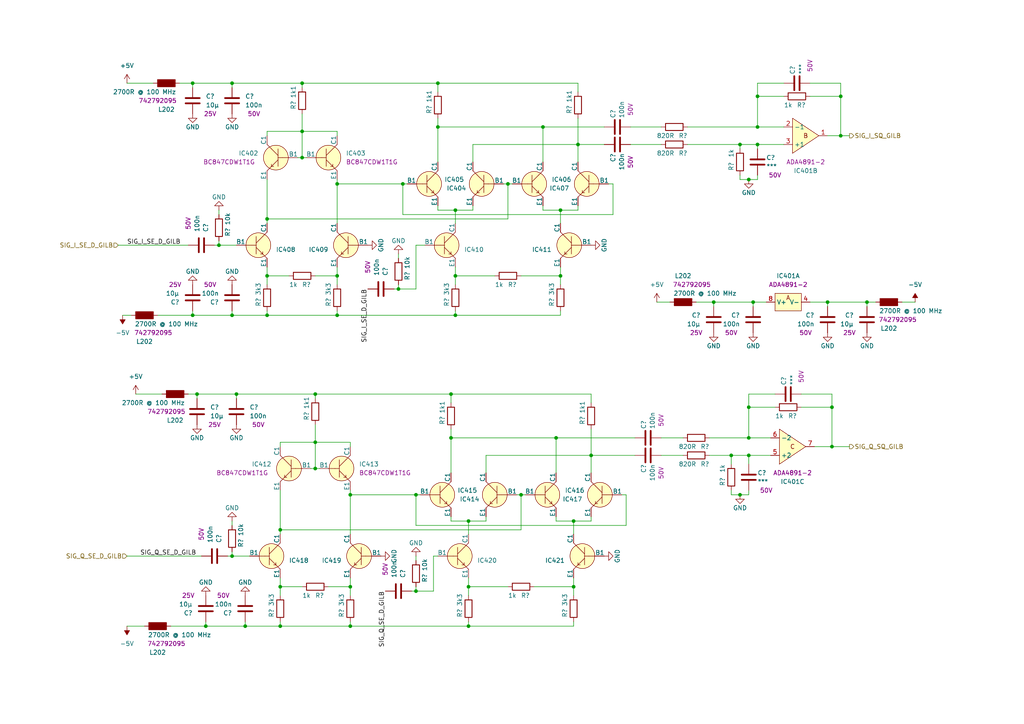
<source format=kicad_sch>
(kicad_sch (version 20230121) (generator eeschema)
  (paper "A4")
  (junction (at 130.81 127))
  (junction (at 71.12 181.61))
  (junction (at 91.44 135.89))
  (junction (at 219.71 41.91))
  (junction (at 167.64 41.91))
  (junction (at 87.63 24.13))
  (junction (at 217.17 118.11))
  (junction (at 59.69 181.61))
  (junction (at 67.31 91.44))
  (junction (at 116.84 53.34))
  (junction (at 251.46 87.63))
  (junction (at 132.08 80.01))
  (junction (at 135.89 151.13))
  (junction (at 67.31 161.29))
  (junction (at 219.71 36.83))
  (junction (at 115.57 83.82))
  (junction (at 63.5 71.12))
  (junction (at 132.08 60.96))
  (junction (at 81.28 153.67))
  (junction (at 207.01 87.63))
  (junction (at 132.08 91.44))
  (junction (at 214.63 41.91))
  (junction (at 162.56 60.96))
  (junction (at 217.17 127))
  (junction (at 219.71 27.94))
  (junction (at 240.03 87.63))
  (junction (at 77.47 91.44))
  (junction (at 55.88 91.44))
  (junction (at 243.84 39.37))
  (junction (at 214.63 143.51))
  (junction (at 120.65 143.51))
  (junction (at 151.13 143.51))
  (junction (at 97.79 80.01))
  (junction (at 91.44 128.27))
  (junction (at 77.47 80.01))
  (junction (at 157.48 36.83))
  (junction (at 55.88 24.13))
  (junction (at 97.79 91.44))
  (junction (at 171.45 132.08))
  (junction (at 127 24.13))
  (junction (at 212.09 132.08))
  (junction (at 77.47 63.5))
  (junction (at 135.89 170.18))
  (junction (at 166.37 151.13))
  (junction (at 120.65 171.45))
  (junction (at 218.44 87.63))
  (junction (at 81.28 170.18))
  (junction (at 243.84 27.94))
  (junction (at 217.17 52.07))
  (junction (at 97.79 53.34))
  (junction (at 162.56 80.01))
  (junction (at 101.6 143.51))
  (junction (at 161.29 127))
  (junction (at 57.15 114.3))
  (junction (at 241.3 118.11))
  (junction (at 81.28 181.61))
  (junction (at 166.37 170.18))
  (junction (at 68.58 114.3))
  (junction (at 135.89 181.61))
  (junction (at 101.6 181.61))
  (junction (at 101.6 170.18))
  (junction (at 130.81 114.3))
  (junction (at 217.17 132.08))
  (junction (at 87.63 38.1))
  (junction (at 241.3 129.54))
  (junction (at 87.63 45.72))
  (junction (at 91.44 114.3))
  (junction (at 127 36.83))
  (junction (at 67.31 24.13))
  (junction (at 147.32 53.34))
  (wire (pts (xy 52.07 24.13) (xy 55.88 24.13)))
  (wire (pts (xy 120.65 143.51) (xy 120.65 152.4)))
  (wire (pts (xy 157.48 59.69) (xy 157.48 60.96)))
  (wire (pts (xy 116.84 62.23) (xy 177.8 62.23)))
  (wire (pts (xy 243.84 39.37) (xy 246.38 39.37)))
  (wire (pts (xy 147.32 53.34) (xy 147.32 63.5)))
  (wire (pts (xy 232.41 118.11) (xy 241.3 118.11)))
  (wire (pts (xy 140.97 149.86) (xy 140.97 151.13)))
  (wire (pts (xy 167.64 34.29) (xy 167.64 41.91)))
  (wire (pts (xy 162.56 91.44) (xy 162.56 90.17)))
  (wire (pts (xy 132.08 91.44) (xy 132.08 90.17)))
  (wire (pts (xy 212.09 142.24) (xy 212.09 143.51)))
  (wire (pts (xy 81.28 167.64) (xy 81.28 170.18)))
  (wire (pts (xy 59.69 181.61) (xy 59.69 180.34)))
  (wire (pts (xy 97.79 77.47) (xy 97.79 80.01)))
  (wire (pts (xy 55.88 24.13) (xy 67.31 24.13)))
  (wire (pts (xy 91.44 123.19) (xy 91.44 128.27)))
  (wire (pts (xy 234.95 24.13) (xy 243.84 24.13)))
  (wire (pts (xy 67.31 161.29) (xy 72.39 161.29)))
  (wire (pts (xy 135.89 151.13) (xy 135.89 154.94)))
  (wire (pts (xy 132.08 77.47) (xy 132.08 80.01)))
  (wire (pts (xy 265.43 87.63) (xy 261.62 87.63)))
  (wire (pts (xy 135.89 170.18) (xy 135.89 172.72)))
  (wire (pts (xy 95.25 170.18) (xy 101.6 170.18)))
  (wire (pts (xy 36.83 24.13) (xy 44.45 24.13)))
  (wire (pts (xy 167.64 41.91) (xy 167.64 46.99)))
  (wire (pts (xy 171.45 149.86) (xy 171.45 151.13)))
  (wire (pts (xy 67.31 24.13) (xy 87.63 24.13)))
  (wire (pts (xy 137.16 41.91) (xy 167.64 41.91)))
  (wire (pts (xy 120.65 152.4) (xy 181.61 152.4)))
  (wire (pts (xy 57.15 114.3) (xy 68.58 114.3)))
  (wire (pts (xy 77.47 80.01) (xy 77.47 82.55)))
  (wire (pts (xy 217.17 52.07) (xy 219.71 52.07)))
  (wire (pts (xy 120.65 161.29) (xy 120.65 162.56)))
  (wire (pts (xy 77.47 91.44) (xy 97.79 91.44)))
  (wire (pts (xy 39.37 114.3) (xy 46.99 114.3)))
  (wire (pts (xy 214.63 52.07) (xy 217.17 52.07)))
  (wire (pts (xy 115.57 82.55) (xy 115.57 83.82)))
  (wire (pts (xy 120.65 171.45) (xy 125.73 171.45)))
  (wire (pts (xy 240.03 87.63) (xy 234.95 87.63)))
  (wire (pts (xy 219.71 24.13) (xy 219.71 27.94)))
  (wire (pts (xy 222.25 87.63) (xy 218.44 87.63)))
  (wire (pts (xy 157.48 36.83) (xy 175.26 36.83)))
  (wire (pts (xy 217.17 132.08) (xy 223.52 132.08)))
  (wire (pts (xy 101.6 170.18) (xy 101.6 172.72)))
  (wire (pts (xy 161.29 127) (xy 161.29 137.16)))
  (wire (pts (xy 130.81 114.3) (xy 130.81 116.84)))
  (wire (pts (xy 130.81 127) (xy 161.29 127)))
  (wire (pts (xy 166.37 167.64) (xy 166.37 170.18)))
  (wire (pts (xy 87.63 38.1) (xy 87.63 45.72)))
  (wire (pts (xy 49.53 181.61) (xy 59.69 181.61)))
  (wire (pts (xy 71.12 180.34) (xy 71.12 181.61)))
  (wire (pts (xy 219.71 24.13) (xy 227.33 24.13)))
  (wire (pts (xy 166.37 151.13) (xy 166.37 154.94)))
  (wire (pts (xy 77.47 63.5) (xy 147.32 63.5)))
  (wire (pts (xy 81.28 128.27) (xy 81.28 129.54)))
  (wire (pts (xy 125.73 161.29) (xy 127 161.29)))
  (wire (pts (xy 116.84 53.34) (xy 118.11 53.34)))
  (wire (pts (xy 120.65 71.12) (xy 123.19 71.12)))
  (wire (pts (xy 146.05 53.34) (xy 147.32 53.34)))
  (wire (pts (xy 236.22 129.54) (xy 241.3 129.54)))
  (wire (pts (xy 219.71 41.91) (xy 219.71 43.18)))
  (wire (pts (xy 234.95 27.94) (xy 243.84 27.94)))
  (wire (pts (xy 157.48 36.83) (xy 157.48 46.99)))
  (wire (pts (xy 162.56 60.96) (xy 162.56 64.77)))
  (wire (pts (xy 149.86 143.51) (xy 151.13 143.51)))
  (wire (pts (xy 132.08 60.96) (xy 132.08 64.77)))
  (wire (pts (xy 90.17 135.89) (xy 91.44 135.89)))
  (wire (pts (xy 81.28 153.67) (xy 151.13 153.67)))
  (wire (pts (xy 127 24.13) (xy 127 26.67)))
  (wire (pts (xy 97.79 91.44) (xy 97.79 90.17)))
  (wire (pts (xy 166.37 170.18) (xy 166.37 172.72)))
  (wire (pts (xy 167.64 24.13) (xy 167.64 26.67)))
  (wire (pts (xy 132.08 60.96) (xy 137.16 60.96)))
  (wire (pts (xy 127 60.96) (xy 132.08 60.96)))
  (wire (pts (xy 101.6 181.61) (xy 101.6 180.34)))
  (wire (pts (xy 101.6 128.27) (xy 101.6 129.54)))
  (wire (pts (xy 180.34 143.51) (xy 181.61 143.51)))
  (wire (pts (xy 63.5 69.85) (xy 63.5 71.12)))
  (wire (pts (xy 57.15 114.3) (xy 57.15 115.57)))
  (wire (pts (xy 81.28 142.24) (xy 81.28 153.67)))
  (wire (pts (xy 182.88 36.83) (xy 191.77 36.83)))
  (wire (pts (xy 162.56 77.47) (xy 162.56 80.01)))
  (wire (pts (xy 207.01 87.63) (xy 207.01 88.9)))
  (wire (pts (xy 77.47 80.01) (xy 83.82 80.01)))
  (wire (pts (xy 125.73 161.29) (xy 125.73 171.45)))
  (wire (pts (xy 214.63 143.51) (xy 217.17 143.51)))
  (wire (pts (xy 135.89 167.64) (xy 135.89 170.18)))
  (wire (pts (xy 181.61 143.51) (xy 181.61 152.4)))
  (wire (pts (xy 135.89 181.61) (xy 135.89 180.34)))
  (wire (pts (xy 147.32 53.34) (xy 148.59 53.34)))
  (wire (pts (xy 151.13 80.01) (xy 162.56 80.01)))
  (wire (pts (xy 243.84 27.94) (xy 243.84 39.37)))
  (wire (pts (xy 177.8 53.34) (xy 177.8 62.23)))
  (wire (pts (xy 219.71 27.94) (xy 227.33 27.94)))
  (wire (pts (xy 205.74 132.08) (xy 212.09 132.08)))
  (wire (pts (xy 81.28 128.27) (xy 91.44 128.27)))
  (wire (pts (xy 66.04 161.29) (xy 67.31 161.29)))
  (wire (pts (xy 219.71 27.94) (xy 219.71 36.83)))
  (wire (pts (xy 62.23 71.12) (xy 63.5 71.12)))
  (wire (pts (xy 212.09 132.08) (xy 217.17 132.08)))
  (wire (pts (xy 199.39 36.83) (xy 219.71 36.83)))
  (wire (pts (xy 68.58 114.3) (xy 91.44 114.3)))
  (wire (pts (xy 87.63 45.72) (xy 88.9 45.72)))
  (wire (pts (xy 217.17 118.11) (xy 224.79 118.11)))
  (wire (pts (xy 154.94 170.18) (xy 166.37 170.18)))
  (wire (pts (xy 217.17 114.3) (xy 224.79 114.3)))
  (wire (pts (xy 130.81 124.46) (xy 130.81 127)))
  (wire (pts (xy 97.79 80.01) (xy 97.79 82.55)))
  (wire (pts (xy 214.63 41.91) (xy 219.71 41.91)))
  (wire (pts (xy 251.46 87.63) (xy 251.46 88.9)))
  (wire (pts (xy 214.63 50.8) (xy 214.63 52.07)))
  (wire (pts (xy 241.3 118.11) (xy 241.3 129.54)))
  (wire (pts (xy 137.16 41.91) (xy 137.16 46.99)))
  (wire (pts (xy 130.81 127) (xy 130.81 137.16)))
  (wire (pts (xy 219.71 41.91) (xy 227.33 41.91)))
  (wire (pts (xy 97.79 91.44) (xy 132.08 91.44)))
  (wire (pts (xy 77.47 38.1) (xy 77.47 39.37)))
  (wire (pts (xy 240.03 39.37) (xy 243.84 39.37)))
  (wire (pts (xy 97.79 53.34) (xy 116.84 53.34)))
  (wire (pts (xy 254 87.63) (xy 251.46 87.63)))
  (wire (pts (xy 162.56 60.96) (xy 167.64 60.96)))
  (wire (pts (xy 67.31 91.44) (xy 77.47 91.44)))
  (wire (pts (xy 116.84 53.34) (xy 116.84 62.23)))
  (wire (pts (xy 55.88 91.44) (xy 67.31 91.44)))
  (wire (pts (xy 137.16 59.69) (xy 137.16 60.96)))
  (wire (pts (xy 91.44 128.27) (xy 91.44 135.89)))
  (wire (pts (xy 135.89 151.13) (xy 140.97 151.13)))
  (wire (pts (xy 101.6 143.51) (xy 120.65 143.51)))
  (wire (pts (xy 114.3 83.82) (xy 115.57 83.82)))
  (wire (pts (xy 54.61 114.3) (xy 57.15 114.3)))
  (wire (pts (xy 214.63 41.91) (xy 214.63 43.18)))
  (wire (pts (xy 166.37 151.13) (xy 171.45 151.13)))
  (wire (pts (xy 101.6 143.51) (xy 101.6 154.94)))
  (wire (pts (xy 68.58 114.3) (xy 68.58 115.57)))
  (wire (pts (xy 151.13 143.51) (xy 151.13 153.67)))
  (wire (pts (xy 34.29 71.12) (xy 54.61 71.12)))
  (wire (pts (xy 127 59.69) (xy 127 60.96)))
  (wire (pts (xy 251.46 87.63) (xy 240.03 87.63)))
  (wire (pts (xy 166.37 181.61) (xy 166.37 180.34)))
  (wire (pts (xy 59.69 181.61) (xy 71.12 181.61)))
  (wire (pts (xy 36.83 161.29) (xy 58.42 161.29)))
  (wire (pts (xy 217.17 114.3) (xy 217.17 118.11)))
  (wire (pts (xy 67.31 90.17) (xy 67.31 91.44)))
  (wire (pts (xy 218.44 87.63) (xy 218.44 88.9)))
  (wire (pts (xy 71.12 181.61) (xy 81.28 181.61)))
  (wire (pts (xy 97.79 38.1) (xy 97.79 39.37)))
  (wire (pts (xy 120.65 71.12) (xy 120.65 83.82)))
  (wire (pts (xy 45.72 91.44) (xy 55.88 91.44)))
  (wire (pts (xy 91.44 114.3) (xy 130.81 114.3)))
  (wire (pts (xy 241.3 129.54) (xy 246.38 129.54)))
  (wire (pts (xy 127 36.83) (xy 127 46.99)))
  (wire (pts (xy 86.36 45.72) (xy 87.63 45.72)))
  (wire (pts (xy 55.88 91.44) (xy 55.88 90.17)))
  (wire (pts (xy 132.08 80.01) (xy 143.51 80.01)))
  (wire (pts (xy 127 24.13) (xy 167.64 24.13)))
  (wire (pts (xy 101.6 142.24) (xy 101.6 143.51)))
  (wire (pts (xy 161.29 127) (xy 184.15 127)))
  (wire (pts (xy 212.09 132.08) (xy 212.09 134.62)))
  (wire (pts (xy 127 36.83) (xy 157.48 36.83)))
  (wire (pts (xy 219.71 36.83) (xy 227.33 36.83)))
  (wire (pts (xy 176.53 53.34) (xy 177.8 53.34)))
  (wire (pts (xy 77.47 77.47) (xy 77.47 80.01)))
  (wire (pts (xy 81.28 181.61) (xy 101.6 181.61)))
  (wire (pts (xy 167.64 59.69) (xy 167.64 60.96)))
  (wire (pts (xy 207.01 87.63) (xy 201.93 87.63)))
  (wire (pts (xy 130.81 114.3) (xy 171.45 114.3)))
  (wire (pts (xy 67.31 160.02) (xy 67.31 161.29)))
  (wire (pts (xy 97.79 52.07) (xy 97.79 53.34)))
  (wire (pts (xy 140.97 132.08) (xy 171.45 132.08)))
  (wire (pts (xy 120.65 170.18) (xy 120.65 171.45)))
  (wire (pts (xy 199.39 41.91) (xy 214.63 41.91)))
  (wire (pts (xy 219.71 50.8) (xy 219.71 52.07)))
  (wire (pts (xy 81.28 170.18) (xy 87.63 170.18)))
  (wire (pts (xy 135.89 181.61) (xy 166.37 181.61)))
  (wire (pts (xy 67.31 24.13) (xy 67.31 25.4)))
  (wire (pts (xy 151.13 143.51) (xy 152.4 143.51)))
  (wire (pts (xy 132.08 80.01) (xy 132.08 82.55)))
  (wire (pts (xy 120.65 143.51) (xy 121.92 143.51)))
  (wire (pts (xy 161.29 149.86) (xy 161.29 151.13)))
  (wire (pts (xy 167.64 41.91) (xy 175.26 41.91)))
  (wire (pts (xy 217.17 127) (xy 223.52 127)))
  (wire (pts (xy 218.44 87.63) (xy 207.01 87.63)))
  (wire (pts (xy 91.44 128.27) (xy 101.6 128.27)))
  (wire (pts (xy 212.09 143.51) (xy 214.63 143.51)))
  (wire (pts (xy 240.03 87.63) (xy 240.03 88.9)))
  (wire (pts (xy 171.45 132.08) (xy 171.45 137.16)))
  (wire (pts (xy 87.63 24.13) (xy 127 24.13)))
  (wire (pts (xy 77.47 63.5) (xy 77.47 64.77)))
  (wire (pts (xy 132.08 91.44) (xy 162.56 91.44)))
  (wire (pts (xy 101.6 181.61) (xy 135.89 181.61)))
  (wire (pts (xy 127 34.29) (xy 127 36.83)))
  (wire (pts (xy 157.48 60.96) (xy 162.56 60.96)))
  (wire (pts (xy 35.56 91.44) (xy 38.1 91.44)))
  (wire (pts (xy 63.5 71.12) (xy 68.58 71.12)))
  (wire (pts (xy 67.31 151.13) (xy 67.31 152.4)))
  (wire (pts (xy 232.41 114.3) (xy 241.3 114.3)))
  (wire (pts (xy 243.84 24.13) (xy 243.84 27.94)))
  (wire (pts (xy 135.89 170.18) (xy 147.32 170.18)))
  (wire (pts (xy 191.77 132.08) (xy 198.12 132.08)))
  (wire (pts (xy 171.45 132.08) (xy 184.15 132.08)))
  (wire (pts (xy 91.44 135.89) (xy 92.71 135.89)))
  (wire (pts (xy 217.17 142.24) (xy 217.17 143.51)))
  (wire (pts (xy 87.63 38.1) (xy 97.79 38.1)))
  (wire (pts (xy 81.28 170.18) (xy 81.28 172.72)))
  (wire (pts (xy 36.83 181.61) (xy 41.91 181.61)))
  (wire (pts (xy 81.28 153.67) (xy 81.28 154.94)))
  (wire (pts (xy 171.45 124.46) (xy 171.45 132.08)))
  (wire (pts (xy 217.17 118.11) (xy 217.17 127)))
  (wire (pts (xy 182.88 41.91) (xy 191.77 41.91)))
  (wire (pts (xy 205.74 127) (xy 217.17 127)))
  (wire (pts (xy 77.47 91.44) (xy 77.47 90.17)))
  (wire (pts (xy 241.3 114.3) (xy 241.3 118.11)))
  (wire (pts (xy 87.63 24.13) (xy 87.63 25.4)))
  (wire (pts (xy 91.44 114.3) (xy 91.44 115.57)))
  (wire (pts (xy 63.5 60.96) (xy 63.5 62.23)))
  (wire (pts (xy 140.97 132.08) (xy 140.97 137.16)))
  (wire (pts (xy 101.6 167.64) (xy 101.6 170.18)))
  (wire (pts (xy 130.81 149.86) (xy 130.81 151.13)))
  (wire (pts (xy 115.57 73.66) (xy 115.57 74.93)))
  (wire (pts (xy 81.28 181.61) (xy 81.28 180.34)))
  (wire (pts (xy 217.17 132.08) (xy 217.17 134.62)))
  (wire (pts (xy 77.47 52.07) (xy 77.47 63.5)))
  (wire (pts (xy 194.31 87.63) (xy 190.5 87.63)))
  (wire (pts (xy 161.29 151.13) (xy 166.37 151.13)))
  (wire (pts (xy 119.38 171.45) (xy 120.65 171.45)))
  (wire (pts (xy 97.79 53.34) (xy 97.79 64.77)))
  (wire (pts (xy 130.81 151.13) (xy 135.89 151.13)))
  (wire (pts (xy 91.44 80.01) (xy 97.79 80.01)))
  (wire (pts (xy 55.88 24.13) (xy 55.88 25.4)))
  (wire (pts (xy 162.56 80.01) (xy 162.56 82.55)))
  (wire (pts (xy 87.63 33.02) (xy 87.63 38.1)))
  (wire (pts (xy 191.77 127) (xy 198.12 127)))
  (wire (pts (xy 77.47 38.1) (xy 87.63 38.1)))
  (wire (pts (xy 115.57 83.82) (xy 120.65 83.82)))
  (wire (pts (xy 171.45 114.3) (xy 171.45 116.84)))
  (label "SIG_I_SE_D_GILB" (at 106.68 83.82 270))
  (label "SIG_I_SE_D_GILB" (at 36.83 71.12 0))
  (label "SIG_Q_SE_D_GILB" (at 40.64 161.29 0))
  (label "SIG_Q_SE_D_GILB" (at 111.76 171.45 270))
  (hierarchical_label "SIG_I_SE_D_GILB" (shape input) (at 34.29 71.12 180))
  (hierarchical_label "SIG_Q_SE_D_GILB" (shape input) (at 36.83 161.29 180))
  (hierarchical_label "SIG_Q_SQ_GILB" (shape output) (at 246.38 129.54 0))
  (hierarchical_label "SIG_I_SQ_GILB" (shape output) (at 246.38 39.37 0))
  (symbol (lib_id "Device:R") (at 77.47 86.36 180) (unit 1)
    (property "Reference" "R?" (at 74.93 87.63 90))
    (property "Value" "3k3" (at 74.93 83.82 90))
    (property "Footprint" "BestParts_Resistors:R_0603" (effects hide))
    (property "Part Number" "Generic" (effects hide))
    (instances (project "Analog_Calc_V2" (path "" (reference "R?") (unit 1)) (path "" (reference "R?") (unit 1)) (path "" (reference "R408") (unit 1))))
  )
  (symbol (lib_id "power:-5V") (at 35.56 91.44 180) (unit 1)
    (property "Reference" "#PWR?" (effects hide))
    (property "Value" "-5V" (at 35.56 96.52 0))
    (instances (project "Analog_Calc_V2" (path "" (reference "#PWR?") (unit 1)) (path "" (reference "#PWR0415") (unit 1))))
  )
  (symbol (lib_id "Device:C") (at 71.12 176.53 180) (unit 1)
    (property "Reference" "C?" (at 67.31 177.8 0) (effects (justify left)))
    (property "Value" "100n" (at 67.31 175.26 0) (effects (justify left)))
    (property "Footprint" "BestParts_Caps:C_0603" (effects hide))
    (property "Voltage" "50V" (at 64.77 172.72 0))
    (instances (project "Analog_Calc_V2" (path "" (reference "C?") (unit 1)) (path "" (reference "C?") (unit 1)) (path "" (reference "C416") (unit 1))))
  )
  (symbol (lib_id "BestParts_ICs:BC847C-1") (at 83.82 135.89 0) (mirror y) (unit 1)
    (property "Reference" "IC412" (at 78.74 134.62 0) (effects (justify left)))
    (property "Value" "*" (effects hide))
    (property "Footprint" "BestParts_ICs:BC847C-1 - SC-70-3" (effects hide))
    (property "Datasheet" "https://www.mouser.de/datasheet/2/308/1/BC846BDW1T1_D-2310328.pdf" (effects hide))
    (property "Part Number" "BC847CDW1T1G " (at 78.74 137.16 0) (effects (justify left)))
  )
  (symbol (lib_id "Device:R") (at 201.93 127 270) (unit 1)
    (property "Reference" "R?" (at 204.47 129.54 90))
    (property "Value" "820R" (at 199.39 129.54 90))
    (property "Footprint" "BestParts_Resistors:R_0603" (effects hide))
    (property "Part Number" "Generic" (effects hide))
    (instances (project "Analog_Calc_V2" (path "" (reference "R?") (unit 1)) (path "" (reference "R?") (unit 1)) (path "" (reference "R425") (unit 1))))
  )
  (symbol (lib_id "power:GND") (at 175.26 161.29 90) (unit 1)
    (property "Reference" "#PWR?" (effects hide))
    (property "Value" "GND" (at 179.07 161.29 0))
    (instances (project "Analog_Calc_V2" (path "" (reference "#PWR?") (unit 1)) (path "" (reference "#PWR0421") (unit 1))))
  )
  (symbol (lib_id "Device:R") (at 101.6 176.53 180) (unit 1)
    (property "Reference" "R?" (at 99.06 177.8 90))
    (property "Value" "3k3" (at 99.06 173.99 90))
    (property "Footprint" "BestParts_Resistors:R_0603" (effects hide))
    (property "Part Number" "Generic" (effects hide))
    (instances (project "Analog_Calc_V2" (path "" (reference "R?") (unit 1)) (path "" (reference "R?") (unit 1)) (path "" (reference "R420") (unit 1))))
  )
  (symbol (lib_id "Device:C") (at 231.14 24.13 90) (unit 1)
    (property "Reference" "C?" (at 229.87 21.59 0) (effects (justify left)))
    (property "Value" "***" (at 232.41 21.59 0) (effects (justify left)))
    (property "Footprint" "BestParts_Caps:C_0603" (effects hide))
    (property "Voltage" "50V" (at 234.95 19.05 0))
    (instances (project "Analog_Calc_V2" (path "" (reference "C?") (unit 1)) (path "" (reference "C?") (unit 1)) (path "" (reference "C401") (unit 1))))
  )
  (symbol (lib_id "BestParts_ICs:BC847C-1") (at 173.99 143.51 0) (mirror y) (unit 1)
    (property "Reference" "IC417" (at 168.91 144.78 0) (effects (justify left)))
    (property "Value" "*" (effects hide))
    (property "Footprint" "BestParts_ICs:BC847C-1 - SC-70-3" (effects hide))
    (property "Datasheet" "https://www.mouser.de/datasheet/2/308/1/BC846BDW1T1_D-2310328.pdf" (effects hide))
    (property "Part Number" "BC847CDW1T1G " (effects hide))
  )
  (symbol (lib_id "Device:C") (at 115.57 171.45 270) (mirror x) (unit 1)
    (property "Reference" "C?" (at 116.84 167.64 0) (effects (justify left)))
    (property "Value" "100n" (at 114.3 167.64 0) (effects (justify left)))
    (property "Footprint" "BestParts_Caps:C_0603" (effects hide))
    (property "Voltage" "50V" (at 111.76 165.1 0))
    (instances (project "Analog_Calc_V2" (path "" (reference "C?") (unit 1)) (path "" (reference "C?") (unit 1)) (path "" (reference "C424") (unit 1))))
  )
  (symbol (lib_id "power:GND") (at 71.12 172.72 180) (unit 1)
    (property "Reference" "#PWR?" (effects hide))
    (property "Value" "GND" (at 71.12 168.91 0))
    (instances (project "Analog_Calc_V2" (path "" (reference "#PWR?") (unit 1)) (path "" (reference "#PWR0423") (unit 1))))
  )
  (symbol (lib_id "BestParts_ICs:BC847C-1") (at 165.1 71.12 0) (mirror y) (unit 1)
    (property "Reference" "IC411" (at 160.02 72.39 0) (effects (justify left)))
    (property "Value" "*" (effects hide))
    (property "Footprint" "BestParts_ICs:BC847C-1 - SC-70-3" (effects hide))
    (property "Datasheet" "https://www.mouser.de/datasheet/2/308/1/BC846BDW1T1_D-2310328.pdf" (effects hide))
    (property "Part Number" "BC847CDW1T1G " (effects hide))
  )
  (symbol (lib_id "Device:C") (at 110.49 83.82 270) (mirror x) (unit 1)
    (property "Reference" "C?" (at 111.76 80.01 0) (effects (justify left)))
    (property "Value" "100n" (at 109.22 80.01 0) (effects (justify left)))
    (property "Footprint" "BestParts_Caps:C_0603" (effects hide))
    (property "Voltage" "50V" (at 106.68 77.47 0))
    (instances (project "Analog_Calc_V2" (path "" (reference "C?") (unit 1)) (path "" (reference "C?") (unit 1)) (path "" (reference "C422") (unit 1))))
  )
  (symbol (lib_id "Device:C") (at 67.31 29.21 0) (unit 1)
    (property "Reference" "C?" (at 71.12 27.94 0) (effects (justify left)))
    (property "Value" "100n" (at 71.12 30.48 0) (effects (justify left)))
    (property "Footprint" "BestParts_Caps:C_0603" (effects hide))
    (property "Voltage" "50V" (at 73.66 33.02 0))
    (instances (project "Analog_Calc_V2" (path "" (reference "C?") (unit 1)) (path "" (reference "C?") (unit 1)) (path "" (reference "C403") (unit 1))))
  )
  (symbol (lib_id "Device:C") (at 187.96 127 90) (unit 1)
    (property "Reference" "C?" (at 186.69 124.46 0) (effects (justify left)))
    (property "Value" "100n" (at 189.23 124.46 0) (effects (justify left)))
    (property "Footprint" "BestParts_Caps:C_0603" (effects hide))
    (property "Voltage" "50V" (at 191.77 121.92 0))
    (instances (project "Analog_Calc_V2" (path "" (reference "C?") (unit 1)) (path "" (reference "C?") (unit 1)) (path "" (reference "C419") (unit 1))))
  )
  (symbol (lib_id "Device:R") (at 67.31 156.21 0) (mirror x) (unit 1)
    (property "Reference" "R?" (at 69.85 157.48 90))
    (property "Value" "10k" (at 69.85 153.67 90))
    (property "Footprint" "BestParts_Resistors:R_0603" (effects hide))
    (property "Part Number" "Generic" (effects hide))
    (instances (project "Analog_Calc_V2" (path "" (reference "R?") (unit 1)) (path "" (reference "R?") (unit 1)) (path "" (reference "R429") (unit 1))))
  )
  (symbol (lib_id "Device:C") (at 218.44 92.71 0) (mirror y) (unit 1)
    (property "Reference" "C?" (at 214.63 91.44 0) (effects (justify left)))
    (property "Value" "100n" (at 214.63 93.98 0) (effects (justify left)))
    (property "Footprint" "BestParts_Caps:C_0603" (effects hide))
    (property "Voltage" "50V" (at 212.09 96.52 0))
    (instances (project "Analog_Calc_V2" (path "" (reference "C?") (unit 1)) (path "" (reference "C?") (unit 1)) (path "" (reference "C406") (unit 1))))
  )
  (symbol (lib_id "Device:R") (at 132.08 86.36 180) (unit 1)
    (property "Reference" "R?" (at 129.54 87.63 90))
    (property "Value" "3k3" (at 129.54 83.82 90))
    (property "Footprint" "BestParts_Resistors:R_0603" (effects hide))
    (property "Part Number" "Generic" (effects hide))
    (instances (project "Analog_Calc_V2" (path "" (reference "R?") (unit 1)) (path "" (reference "R?") (unit 1)) (path "" (reference "R410") (unit 1))))
  )
  (symbol (lib_id "power:GND") (at 67.31 33.02 0) (unit 1)
    (property "Reference" "#PWR?" (effects hide))
    (property "Value" "GND" (at 67.31 36.83 0))
    (instances (project "Analog_Calc_V2" (path "" (reference "#PWR?") (unit 1)) (path "" (reference "#PWR0403") (unit 1))))
  )
  (symbol (lib_id "BestParts_ICs:BC847C-1") (at 124.46 53.34 0) (unit 1)
    (property "Reference" "IC404" (at 129.54 54.61 0) (effects (justify left)))
    (property "Value" "*" (effects hide))
    (property "Footprint" "BestParts_ICs:BC847C-1 - SC-70-3" (effects hide))
    (property "Datasheet" "https://www.mouser.de/datasheet/2/308/1/BC846BDW1T1_D-2310328.pdf" (effects hide))
    (property "Part Number" "BC847CDW1T1G " (effects hide))
  )
  (symbol (lib_id "BestParts_ICs:ADA4891-2") (at 229.87 129.54 0) (mirror x) (unit 3)
    (property "Reference" "IC401" (at 229.87 139.7 0))
    (property "Value" "*" (effects hide))
    (property "Footprint" "BestParts_ICs:ADA4891-2 - SOIC-8" (effects hide))
    (property "Part Number" "ADA4891-2" (at 229.87 137.16 0))
    (property "Manufacturer" "Analog Devices" (effects hide))
  )
  (symbol (lib_id "BestParts_ICs:BC847C-1") (at 143.51 143.51 0) (mirror y) (unit 1)
    (property "Reference" "IC415" (at 138.43 142.24 0) (effects (justify left)))
    (property "Value" "*" (effects hide))
    (property "Footprint" "BestParts_ICs:BC847C-1 - SC-70-3" (effects hide))
    (property "Datasheet" "https://www.mouser.de/datasheet/2/308/1/BC846BDW1T1_D-2310328.pdf" (effects hide))
    (property "Part Number" "BC847CDW1T1G " (effects hide))
  )
  (symbol (lib_id "Device:R") (at 214.63 46.99 180) (unit 1)
    (property "Reference" "R?" (at 212.09 48.26 90))
    (property "Value" "1k" (at 212.09 44.45 90))
    (property "Footprint" "BestParts_Resistors:R_0603" (effects hide))
    (property "Part Number" "Generic" (effects hide))
    (instances (project "Analog_Calc_V2" (path "" (reference "R?") (unit 1)) (path "" (reference "R?") (unit 1)) (path "" (reference "R405") (unit 1))))
  )
  (symbol (lib_id "Device:R") (at 166.37 176.53 180) (unit 1)
    (property "Reference" "R?" (at 163.83 177.8 90))
    (property "Value" "3k3" (at 163.83 173.99 90))
    (property "Footprint" "BestParts_Resistors:R_0603" (effects hide))
    (property "Part Number" "Generic" (effects hide))
    (instances (project "Analog_Calc_V2" (path "" (reference "R?") (unit 1)) (path "" (reference "R?") (unit 1)) (path "" (reference "R422") (unit 1))))
  )
  (symbol (lib_id "Device:C") (at 58.42 71.12 270) (mirror x) (unit 1)
    (property "Reference" "C?" (at 59.69 67.31 0) (effects (justify left)))
    (property "Value" "100n" (at 57.15 67.31 0) (effects (justify left)))
    (property "Footprint" "BestParts_Caps:C_0603" (effects hide))
    (property "Voltage" "50V" (at 54.61 64.77 0))
    (instances (project "Analog_Calc_V2" (path "" (reference "C?") (unit 1)) (path "" (reference "C?") (unit 1)) (path "" (reference "C421") (unit 1))))
  )
  (symbol (lib_id "Device:R") (at 151.13 170.18 270) (unit 1)
    (property "Reference" "R?" (at 152.4 172.72 90))
    (property "Value" "1k" (at 148.59 172.72 90))
    (property "Footprint" "BestParts_Resistors:R_0603" (effects hide))
    (property "Part Number" "Generic" (effects hide))
    (instances (project "Analog_Calc_V2" (path "" (reference "R?") (unit 1)) (path "" (reference "R?") (unit 1)) (path "" (reference "R418") (unit 1))))
  )
  (symbol (lib_id "Device:R") (at 130.81 120.65 180) (unit 1)
    (property "Reference" "R?" (at 128.27 121.92 90))
    (property "Value" "1k1" (at 128.27 118.11 90))
    (property "Footprint" "BestParts_Resistors:R_0603" (effects hide))
    (property "Part Number" "Generic" (effects hide))
    (instances (project "Analog_Calc_V2" (path "" (reference "R?") (unit 1)) (path "" (reference "R?") (unit 1)) (path "" (reference "R414") (unit 1))))
  )
  (symbol (lib_id "BestParts_ICs:BC847C-1") (at 139.7 53.34 0) (mirror y) (unit 1)
    (property "Reference" "IC405" (at 134.62 52.07 0) (effects (justify left)))
    (property "Value" "*" (effects hide))
    (property "Footprint" "BestParts_ICs:BC847C-1 - SC-70-3" (effects hide))
    (property "Datasheet" "https://www.mouser.de/datasheet/2/308/1/BC846BDW1T1_D-2310328.pdf" (effects hide))
    (property "Part Number" "BC847CDW1T1G " (effects hide))
  )
  (symbol (lib_id "Device:R") (at 91.44 170.18 270) (unit 1)
    (property "Reference" "R?" (at 92.71 172.72 90))
    (property "Value" "1k" (at 88.9 172.72 90))
    (property "Footprint" "BestParts_Resistors:R_0603" (effects hide))
    (property "Part Number" "Generic" (effects hide))
    (instances (project "Analog_Calc_V2" (path "" (reference "R?") (unit 1)) (path "" (reference "R?") (unit 1)) (path "" (reference "R417") (unit 1))))
  )
  (symbol (lib_id "power:+5V") (at 190.5 87.63 0) (mirror y) (unit 1)
    (property "Reference" "#PWR?" (effects hide))
    (property "Value" "+5V" (at 190.5 82.55 0))
    (instances (project "Analog_Calc_V2" (path "" (reference "#PWR?") (unit 1)) (path "" (reference "#PWR0404") (unit 1))))
  )
  (symbol (lib_id "Device:C") (at 240.03 92.71 0) (mirror y) (unit 1)
    (property "Reference" "C?" (at 236.22 91.44 0) (effects (justify left)))
    (property "Value" "100n" (at 236.22 93.98 0) (effects (justify left)))
    (property "Footprint" "BestParts_Caps:C_0603" (effects hide))
    (property "Voltage" "50V" (at 233.68 96.52 0))
    (instances (project "Analog_Calc_V2" (path "" (reference "C?") (unit 1)) (path "" (reference "C?") (unit 1)) (path "" (reference "C405") (unit 1))))
  )
  (symbol (lib_id "BestParts_ICs:BC847C-1") (at 170.18 53.34 0) (mirror y) (unit 1)
    (property "Reference" "IC407" (at 165.1 54.61 0) (effects (justify left)))
    (property "Value" "*" (effects hide))
    (property "Footprint" "BestParts_ICs:BC847C-1 - SC-70-3" (effects hide))
    (property "Datasheet" "https://www.mouser.de/datasheet/2/308/1/BC846BDW1T1_D-2310328.pdf" (effects hide))
    (property "Part Number" "BC847CDW1T1G " (effects hide))
  )
  (symbol (lib_id "Device:R") (at 87.63 80.01 270) (unit 1)
    (property "Reference" "R?" (at 88.9 82.55 90))
    (property "Value" "1k" (at 85.09 82.55 90))
    (property "Footprint" "BestParts_Resistors:R_0603" (effects hide))
    (property "Part Number" "Generic" (effects hide))
    (instances (project "Analog_Calc_V2" (path "" (reference "R?") (unit 1)) (path "" (reference "R?") (unit 1)) (path "" (reference "R406") (unit 1))))
  )
  (symbol (lib_id "BestParts_ICs:BC847C-1") (at 78.74 161.29 0) (unit 1)
    (property "Reference" "IC418" (at 83.82 162.56 0) (effects (justify left)))
    (property "Value" "*" (effects hide))
    (property "Footprint" "BestParts_ICs:BC847C-1 - SC-70-3" (effects hide))
    (property "Datasheet" "https://www.mouser.de/datasheet/2/308/1/BC846BDW1T1_D-2310328.pdf" (effects hide))
    (property "Part Number" "BC847CDW1T1G " (effects hide))
  )
  (symbol (lib_name "Ferrit_1") (lib_id "BestParts_Inductors:Ferrit") (at 48.26 24.13 180) (unit 1)
    (property "Reference" "L202" (at 48.26 31.75 0))
    (property "Value" "2700R @ 100 MHz" (at 41.91 26.67 0))
    (property "Footprint" "BestParts_Resistors:R_0805" (effects hide))
    (property "Part Number" "742792095" (at 45.72 29.21 0))
    (instances (project "Analog_Calc_V2" (path "" (reference "L202") (unit 1)) (path "" (reference "L303") (unit 1)) (path "" (reference "L401") (unit 1))))
  )
  (symbol (lib_id "power:-5V") (at 265.43 87.63 0) (mirror y) (unit 1)
    (property "Reference" "#PWR?" (effects hide))
    (property "Value" "-5V" (at 265.43 82.55 0))
    (instances (project "Analog_Calc_V2" (path "" (reference "#PWR?") (unit 1)) (path "" (reference "#PWR0405") (unit 1))))
  )
  (symbol (lib_id "power:GND") (at 59.69 172.72 180) (unit 1)
    (property "Reference" "#PWR?" (effects hide))
    (property "Value" "GND" (at 59.69 168.91 0))
    (instances (project "Analog_Calc_V2" (path "" (reference "#PWR?") (unit 1)) (path "" (reference "#PWR0422") (unit 1))))
  )
  (symbol (lib_id "power:GND") (at 251.46 96.52 0) (mirror y) (unit 1)
    (property "Reference" "#PWR?" (effects hide))
    (property "Value" "GND" (at 251.46 100.33 0))
    (instances (project "Analog_Calc_V2" (path "" (reference "#PWR?") (unit 1)) (path "" (reference "#PWR0406") (unit 1))))
  )
  (symbol (lib_id "power:GND") (at 106.68 71.12 90) (unit 1)
    (property "Reference" "#PWR?" (effects hide))
    (property "Value" "GND" (at 110.49 71.12 0))
    (instances (project "Analog_Calc_V2" (path "" (reference "#PWR?") (unit 1)) (path "" (reference "#PWR0411") (unit 1))))
  )
  (symbol (lib_id "Device:R") (at 120.65 166.37 0) (mirror x) (unit 1)
    (property "Reference" "R?" (at 123.19 167.64 90))
    (property "Value" "10k" (at 123.19 163.83 90))
    (property "Footprint" "BestParts_Resistors:R_0603" (effects hide))
    (property "Part Number" "Generic" (effects hide))
    (instances (project "Analog_Calc_V2" (path "" (reference "R?") (unit 1)) (path "" (reference "R?") (unit 1)) (path "" (reference "R430") (unit 1))))
  )
  (symbol (lib_id "power:GND") (at 214.63 143.51 0) (unit 1)
    (property "Reference" "#PWR?" (effects hide))
    (property "Value" "GND" (at 214.63 147.32 0))
    (instances (project "Analog_Calc_V2" (path "" (reference "#PWR?") (unit 1)) (path "" (reference "#PWR0419") (unit 1))))
  )
  (symbol (lib_id "power:-5V") (at 36.83 181.61 180) (unit 1)
    (property "Reference" "#PWR?" (effects hide))
    (property "Value" "-5V" (at 36.83 186.69 0))
    (instances (project "Analog_Calc_V2" (path "" (reference "#PWR?") (unit 1)) (path "" (reference "#PWR0424") (unit 1))))
  )
  (symbol (lib_id "Device:R") (at 63.5 66.04 0) (mirror x) (unit 1)
    (property "Reference" "R?" (at 66.04 67.31 90))
    (property "Value" "10k" (at 66.04 63.5 90))
    (property "Footprint" "BestParts_Resistors:R_0603" (effects hide))
    (property "Part Number" "Generic" (effects hide))
    (instances (project "Analog_Calc_V2" (path "" (reference "R?") (unit 1)) (path "" (reference "R?") (unit 1)) (path "" (reference "R427") (unit 1))))
  )
  (symbol (lib_id "power:GND") (at 171.45 71.12 90) (unit 1)
    (property "Reference" "#PWR?" (effects hide))
    (property "Value" "GND" (at 175.26 71.12 0))
    (instances (project "Analog_Calc_V2" (path "" (reference "#PWR?") (unit 1)) (path "" (reference "#PWR0412") (unit 1))))
  )
  (symbol (lib_id "Device:C") (at 217.17 138.43 0) (unit 1)
    (property "Reference" "C?" (at 219.71 137.16 0) (effects (justify left)))
    (property "Value" "***" (at 219.71 139.7 0) (effects (justify left)))
    (property "Footprint" "BestParts_Caps:C_0603" (effects hide))
    (property "Voltage" "50V" (at 222.25 142.24 0))
    (instances (project "Analog_Calc_V2" (path "" (reference "C?") (unit 1)) (path "" (reference "C?") (unit 1)) (path "" (reference "C414") (unit 1))))
  )
  (symbol (lib_id "Device:C") (at 57.15 119.38 0) (unit 1)
    (property "Reference" "C?" (at 60.96 118.11 0) (effects (justify left)))
    (property "Value" "10µ" (at 60.96 120.65 0) (effects (justify left)))
    (property "Footprint" "BestParts_Caps:C_0603" (effects hide))
    (property "Voltage" "25V" (at 62.23 123.19 0))
    (instances (project "Analog_Calc_V2" (path "" (reference "C?") (unit 1)) (path "" (reference "C?") (unit 1)) (path "" (reference "C412") (unit 1))))
  )
  (symbol (lib_id "BestParts_ICs:BC847C-1") (at 158.75 143.51 0) (unit 1)
    (property "Reference" "IC416" (at 163.83 142.24 0) (effects (justify left)))
    (property "Value" "*" (effects hide))
    (property "Footprint" "BestParts_ICs:BC847C-1 - SC-70-3" (effects hide))
    (property "Datasheet" "https://www.mouser.de/datasheet/2/308/1/BC846BDW1T1_D-2310328.pdf" (effects hide))
    (property "Part Number" "BC847CDW1T1G " (effects hide))
  )
  (symbol (lib_id "BestParts_ICs:BC847C-1") (at 74.93 71.12 0) (unit 1)
    (property "Reference" "IC408" (at 80.01 72.39 0) (effects (justify left)))
    (property "Value" "*" (effects hide))
    (property "Footprint" "BestParts_ICs:BC847C-1 - SC-70-3" (effects hide))
    (property "Datasheet" "https://www.mouser.de/datasheet/2/308/1/BC846BDW1T1_D-2310328.pdf" (effects hide))
    (property "Part Number" "BC847CDW1T1G " (effects hide))
  )
  (symbol (lib_id "power:GND") (at 207.01 96.52 0) (mirror y) (unit 1)
    (property "Reference" "#PWR?" (effects hide))
    (property "Value" "GND" (at 207.01 100.33 0))
    (instances (project "Analog_Calc_V2" (path "" (reference "#PWR?") (unit 1)) (path "" (reference "#PWR0409") (unit 1))))
  )
  (symbol (lib_id "Device:R") (at 162.56 86.36 180) (unit 1)
    (property "Reference" "R?" (at 160.02 87.63 90))
    (property "Value" "3k3" (at 160.02 83.82 90))
    (property "Footprint" "BestParts_Resistors:R_0603" (effects hide))
    (property "Part Number" "Generic" (effects hide))
    (instances (project "Analog_Calc_V2" (path "" (reference "R?") (unit 1)) (path "" (reference "R?") (unit 1)) (path "" (reference "R411") (unit 1))))
  )
  (symbol (lib_id "power:GND") (at 240.03 96.52 0) (mirror y) (unit 1)
    (property "Reference" "#PWR?" (effects hide))
    (property "Value" "GND" (at 240.03 100.33 0))
    (instances (project "Analog_Calc_V2" (path "" (reference "#PWR?") (unit 1)) (path "" (reference "#PWR0407") (unit 1))))
  )
  (symbol (lib_id "power:GND") (at 115.57 73.66 180) (unit 1)
    (property "Reference" "#PWR?" (effects hide))
    (property "Value" "GND" (at 115.57 69.85 0))
    (instances (project "Analog_Calc_V2" (path "" (reference "#PWR?") (unit 1)) (path "" (reference "#PWR0426") (unit 1))))
  )
  (symbol (lib_id "Device:R") (at 228.6 118.11 270) (unit 1)
    (property "Reference" "R?" (at 229.87 120.65 90))
    (property "Value" "1k" (at 226.06 120.65 90))
    (property "Footprint" "BestParts_Resistors:R_0603" (effects hide))
    (property "Part Number" "Generic" (effects hide))
    (instances (project "Analog_Calc_V2" (path "" (reference "R?") (unit 1)) (path "" (reference "R?") (unit 1)) (path "" (reference "R412") (unit 1))))
  )
  (symbol (lib_id "power:+5V") (at 36.83 24.13 0) (unit 1)
    (property "Reference" "#PWR?" (effects hide))
    (property "Value" "+5V" (at 36.83 19.05 0))
    (instances (project "Analog_Calc_V2" (path "" (reference "#PWR?") (unit 1)) (path "" (reference "#PWR0401") (unit 1))))
  )
  (symbol (lib_id "power:GND") (at 110.49 161.29 90) (unit 1)
    (property "Reference" "#PWR?" (effects hide))
    (property "Value" "GND" (at 114.3 161.29 0))
    (instances (project "Analog_Calc_V2" (path "" (reference "#PWR?") (unit 1)) (path "" (reference "#PWR0420") (unit 1))))
  )
  (symbol (lib_id "Device:C") (at 207.01 92.71 0) (mirror y) (unit 1)
    (property "Reference" "C?" (at 203.2 91.44 0) (effects (justify left)))
    (property "Value" "10µ" (at 203.2 93.98 0) (effects (justify left)))
    (property "Footprint" "BestParts_Caps:C_0603" (effects hide))
    (property "Voltage" "25V" (at 201.93 96.52 0))
    (instances (project "Analog_Calc_V2" (path "" (reference "C?") (unit 1)) (path "" (reference "C?") (unit 1)) (path "" (reference "C407") (unit 1))))
  )
  (symbol (lib_id "BestParts_ICs:BC847C-1") (at 99.06 135.89 0) (unit 1)
    (property "Reference" "IC413" (at 104.14 134.62 0) (effects (justify left)))
    (property "Value" "*" (effects hide))
    (property "Footprint" "BestParts_ICs:BC847C-1 - SC-70-3" (effects hide))
    (property "Datasheet" "https://www.mouser.de/datasheet/2/308/1/BC846BDW1T1_D-2310328.pdf" (effects hide))
    (property "Part Number" "BC847CDW1T1G " (at 104.14 137.16 0) (effects (justify left)))
  )
  (symbol (lib_id "power:GND") (at 218.44 96.52 0) (mirror y) (unit 1)
    (property "Reference" "#PWR?" (effects hide))
    (property "Value" "GND" (at 218.44 100.33 0))
    (instances (project "Analog_Calc_V2" (path "" (reference "#PWR?") (unit 1)) (path "" (reference "#PWR0408") (unit 1))))
  )
  (symbol (lib_name "ADA4891-2_2") (lib_id "BestParts_ICs:ADA4891-2") (at 233.68 39.37 0) (mirror x) (unit 2)
    (property "Reference" "IC401" (at 233.68 49.53 0))
    (property "Value" "*" (effects hide))
    (property "Footprint" "BestParts_ICs:ADA4891-2 - SOIC-8" (effects hide))
    (property "Part Number" "ADA4891-2" (at 233.68 46.99 0))
    (property "Manufacturer" "Analog Devices" (effects hide))
  )
  (symbol (lib_name "Ferrit_1") (lib_id "BestParts_Inductors:Ferrit") (at 41.91 91.44 180) (unit 1)
    (property "Reference" "L202" (at 41.91 99.06 0))
    (property "Value" "2700R @ 100 MHz" (at 48.26 93.98 0))
    (property "Footprint" "BestParts_Resistors:R_0805" (effects hide))
    (property "Part Number" "742792095" (at 44.45 96.52 0))
    (instances (project "Analog_Calc_V2" (path "" (reference "L202") (unit 1)) (path "" (reference "L303") (unit 1)) (path "" (reference "L402") (unit 1))))
  )
  (symbol (lib_id "BestParts_ICs:BC847C-1") (at 95.25 45.72 0) (unit 1)
    (property "Reference" "IC403" (at 100.33 44.45 0) (effects (justify left)))
    (property "Value" "*" (effects hide))
    (property "Footprint" "BestParts_ICs:BC847C-1 - SC-70-3" (effects hide))
    (property "Datasheet" "https://www.mouser.de/datasheet/2/308/1/BC846BDW1T1_D-2310328.pdf" (effects hide))
    (property "Part Number" "BC847CDW1T1G " (at 100.33 46.99 0) (effects (justify left)))
  )
  (symbol (lib_id "Device:R") (at 195.58 36.83 270) (unit 1)
    (property "Reference" "R?" (at 198.12 39.37 90))
    (property "Value" "820R" (at 193.04 39.37 90))
    (property "Footprint" "BestParts_Resistors:R_0603" (effects hide))
    (property "Part Number" "Generic" (effects hide))
    (instances (project "Analog_Calc_V2" (path "" (reference "R?") (unit 1)) (path "" (reference "R?") (unit 1)) (path "" (reference "R424") (unit 1))))
  )
  (symbol (lib_id "Device:R") (at 135.89 176.53 180) (unit 1)
    (property "Reference" "R?" (at 133.35 177.8 90))
    (property "Value" "3k3" (at 133.35 173.99 90))
    (property "Footprint" "BestParts_Resistors:R_0603" (effects hide))
    (property "Part Number" "Generic" (effects hide))
    (instances (project "Analog_Calc_V2" (path "" (reference "R?") (unit 1)) (path "" (reference "R?") (unit 1)) (path "" (reference "R421") (unit 1))))
  )
  (symbol (lib_id "Device:R") (at 195.58 41.91 270) (unit 1)
    (property "Reference" "R?" (at 198.12 44.45 90))
    (property "Value" "820R" (at 193.04 44.45 90))
    (property "Footprint" "BestParts_Resistors:R_0603" (effects hide))
    (property "Part Number" "Generic" (effects hide))
    (instances (project "Analog_Calc_V2" (path "" (reference "R?") (unit 1)) (path "" (reference "R?") (unit 1)) (path "" (reference "R423") (unit 1))))
  )
  (symbol (lib_id "Device:C") (at 219.71 46.99 0) (unit 1)
    (property "Reference" "C?" (at 222.25 45.72 0) (effects (justify left)))
    (property "Value" "***" (at 222.25 48.26 0) (effects (justify left)))
    (property "Footprint" "BestParts_Caps:C_0603" (effects hide))
    (property "Voltage" "50V" (at 224.79 50.8 0))
    (instances (project "Analog_Calc_V2" (path "" (reference "C?") (unit 1)) (path "" (reference "C?") (unit 1)) (path "" (reference "C408") (unit 1))))
  )
  (symbol (lib_id "Device:R") (at 91.44 119.38 180) (unit 1)
    (property "Reference" "R?" (at 88.9 120.65 90))
    (property "Value" "1k1" (at 88.9 116.84 90))
    (property "Footprint" "BestParts_Resistors:R_0603" (effects hide))
    (property "Part Number" "Generic" (effects hide))
    (instances (project "Analog_Calc_V2" (path "" (reference "R?") (unit 1)) (path "" (reference "R?") (unit 1)) (path "" (reference "R413") (unit 1))))
  )
  (symbol (lib_name "Ferrit_1") (lib_id "BestParts_Inductors:Ferrit") (at 50.8 114.3 180) (unit 1)
    (property "Reference" "L202" (at 50.8 121.92 0))
    (property "Value" "2700R @ 100 MHz" (at 44.45 116.84 0))
    (property "Footprint" "BestParts_Resistors:R_0805" (effects hide))
    (property "Part Number" "742792095" (at 48.26 119.38 0))
    (instances (project "Analog_Calc_V2" (path "" (reference "L202") (unit 1)) (path "" (reference "L303") (unit 1)) (path "" (reference "L403") (unit 1))))
  )
  (symbol (lib_id "Device:C") (at 179.07 41.91 90) (mirror x) (unit 1)
    (property "Reference" "C?" (at 177.8 44.45 0) (effects (justify left)))
    (property "Value" "100n" (at 180.34 44.45 0) (effects (justify left)))
    (property "Footprint" "BestParts_Caps:C_0603" (effects hide))
    (property "Voltage" "50V" (at 182.88 46.99 0))
    (instances (project "Analog_Calc_V2" (path "" (reference "C?") (unit 1)) (path "" (reference "C?") (unit 1)) (path "" (reference "C417") (unit 1))))
  )
  (symbol (lib_id "Device:R") (at 212.09 138.43 180) (unit 1)
    (property "Reference" "R?" (at 209.55 139.7 90))
    (property "Value" "1k" (at 209.55 135.89 90))
    (property "Footprint" "BestParts_Resistors:R_0603" (effects hide))
    (property "Part Number" "Generic" (effects hide))
    (instances (project "Analog_Calc_V2" (path "" (reference "R?") (unit 1)) (path "" (reference "R?") (unit 1)) (path "" (reference "R416") (unit 1))))
  )
  (symbol (lib_id "Device:R") (at 167.64 30.48 180) (unit 1)
    (property "Reference" "R?" (at 165.1 31.75 90))
    (property "Value" "1k1" (at 165.1 27.94 90))
    (property "Footprint" "BestParts_Resistors:R_0603" (effects hide))
    (property "Part Number" "Generic" (effects hide))
    (instances (project "Analog_Calc_V2" (path "" (reference "R?") (unit 1)) (path "" (reference "R?") (unit 1)) (path "" (reference "R404") (unit 1))))
  )
  (symbol (lib_id "Device:R") (at 171.45 120.65 180) (unit 1)
    (property "Reference" "R?" (at 168.91 121.92 90))
    (property "Value" "1k1" (at 168.91 118.11 90))
    (property "Footprint" "BestParts_Resistors:R_0603" (effects hide))
    (property "Part Number" "Generic" (effects hide))
    (instances (project "Analog_Calc_V2" (path "" (reference "R?") (unit 1)) (path "" (reference "R?") (unit 1)) (path "" (reference "R415") (unit 1))))
  )
  (symbol (lib_id "BestParts_ICs:BC847C-1") (at 129.54 71.12 0) (unit 1)
    (property "Reference" "IC410" (at 134.62 72.39 0) (effects (justify left)))
    (property "Value" "*" (effects hide))
    (property "Footprint" "BestParts_ICs:BC847C-1 - SC-70-3" (effects hide))
    (property "Datasheet" "https://www.mouser.de/datasheet/2/308/1/BC846BDW1T1_D-2310328.pdf" (effects hide))
    (property "Part Number" "BC847CDW1T1G " (effects hide))
  )
  (symbol (lib_id "Device:C") (at 59.69 176.53 180) (unit 1)
    (property "Reference" "C?" (at 55.88 177.8 0) (effects (justify left)))
    (property "Value" "10µ" (at 55.88 175.26 0) (effects (justify left)))
    (property "Footprint" "BestParts_Caps:C_0603" (effects hide))
    (property "Voltage" "25V" (at 54.61 172.72 0))
    (instances (project "Analog_Calc_V2" (path "" (reference "C?") (unit 1)) (path "" (reference "C?") (unit 1)) (path "" (reference "C415") (unit 1))))
  )
  (symbol (lib_id "power:GND") (at 67.31 82.55 180) (unit 1)
    (property "Reference" "#PWR?" (effects hide))
    (property "Value" "GND" (at 67.31 78.74 0))
    (instances (project "Analog_Calc_V2" (path "" (reference "#PWR?") (unit 1)) (path "" (reference "#PWR0414") (unit 1))))
  )
  (symbol (lib_name "Ferrit_1") (lib_id "BestParts_Inductors:Ferrit") (at 198.12 87.63 0) (unit 1)
    (property "Reference" "L202" (at 198.12 80.01 0))
    (property "Value" "2700R @ 100 MHz" (at 204.47 85.09 0))
    (property "Footprint" "BestParts_Resistors:R_0805" (effects hide))
    (property "Part Number" "742792095" (at 200.66 82.55 0))
    (instances (project "Analog_Calc_V2" (path "" (reference "L202") (unit 1)) (path "" (reference "L303") (unit 1)) (path "" (reference "L406") (unit 1))))
  )
  (symbol (lib_id "Device:C") (at 179.07 36.83 90) (unit 1)
    (property "Reference" "C?" (at 177.8 34.29 0) (effects (justify left)))
    (property "Value" "100n" (at 180.34 34.29 0) (effects (justify left)))
    (property "Footprint" "BestParts_Caps:C_0603" (effects hide))
    (property "Voltage" "50V" (at 182.88 31.75 0))
    (instances (project "Analog_Calc_V2" (path "" (reference "C?") (unit 1)) (path "" (reference "C?") (unit 1)) (path "" (reference "C418") (unit 1))))
  )
  (symbol (lib_id "power:GND") (at 55.88 82.55 180) (unit 1)
    (property "Reference" "#PWR?" (effects hide))
    (property "Value" "GND" (at 55.88 78.74 0))
    (instances (project "Analog_Calc_V2" (path "" (reference "#PWR?") (unit 1)) (path "" (reference "#PWR0413") (unit 1))))
  )
  (symbol (lib_id "BestParts_ICs:BC847C-1") (at 133.35 161.29 0) (unit 1)
    (property "Reference" "IC420" (at 138.43 162.56 0) (effects (justify left)))
    (property "Value" "*" (effects hide))
    (property "Footprint" "BestParts_ICs:BC847C-1 - SC-70-3" (effects hide))
    (property "Datasheet" "https://www.mouser.de/datasheet/2/308/1/BC846BDW1T1_D-2310328.pdf" (effects hide))
    (property "Part Number" "BC847CDW1T1G " (effects hide))
  )
  (symbol (lib_id "BestParts_ICs:BC847C-1") (at 168.91 161.29 0) (mirror y) (unit 1)
    (property "Reference" "IC421" (at 163.83 162.56 0) (effects (justify left)))
    (property "Value" "*" (effects hide))
    (property "Footprint" "BestParts_ICs:BC847C-1 - SC-70-3" (effects hide))
    (property "Datasheet" "https://www.mouser.de/datasheet/2/308/1/BC846BDW1T1_D-2310328.pdf" (effects hide))
    (property "Part Number" "BC847CDW1T1G " (effects hide))
  )
  (symbol (lib_id "Device:C") (at 55.88 29.21 0) (unit 1)
    (property "Reference" "C?" (at 59.69 27.94 0) (effects (justify left)))
    (property "Value" "10µ" (at 59.69 30.48 0) (effects (justify left)))
    (property "Footprint" "BestParts_Caps:C_0603" (effects hide))
    (property "Voltage" "25V" (at 60.96 33.02 0))
    (instances (project "Analog_Calc_V2" (path "" (reference "C?") (unit 1)) (path "" (reference "C?") (unit 1)) (path "" (reference "C402") (unit 1))))
  )
  (symbol (lib_id "Device:C") (at 228.6 114.3 90) (unit 1)
    (property "Reference" "C?" (at 227.33 111.76 0) (effects (justify left)))
    (property "Value" "***" (at 229.87 111.76 0) (effects (justify left)))
    (property "Footprint" "BestParts_Caps:C_0603" (effects hide))
    (property "Voltage" "50V" (at 232.41 109.22 0))
    (instances (project "Analog_Calc_V2" (path "" (reference "C?") (unit 1)) (path "" (reference "C?") (unit 1)) (path "" (reference "C411") (unit 1))))
  )
  (symbol (lib_id "Device:C") (at 62.23 161.29 270) (mirror x) (unit 1)
    (property "Reference" "C?" (at 63.5 157.48 0) (effects (justify left)))
    (property "Value" "100n" (at 60.96 157.48 0) (effects (justify left)))
    (property "Footprint" "BestParts_Caps:C_0603" (effects hide))
    (property "Voltage" "50V" (at 58.42 154.94 0))
    (instances (project "Analog_Calc_V2" (path "" (reference "C?") (unit 1)) (path "" (reference "C?") (unit 1)) (path "" (reference "C423") (unit 1))))
  )
  (symbol (lib_id "Device:C") (at 67.31 86.36 180) (unit 1)
    (property "Reference" "C?" (at 63.5 87.63 0) (effects (justify left)))
    (property "Value" "100n" (at 63.5 85.09 0) (effects (justify left)))
    (property "Footprint" "BestParts_Caps:C_0603" (effects hide))
    (property "Voltage" "50V" (at 60.96 82.55 0))
    (instances (project "Analog_Calc_V2" (path "" (reference "C?") (unit 1)) (path "" (reference "C?") (unit 1)) (path "" (reference "C410") (unit 1))))
  )
  (symbol (lib_id "BestParts_ICs:BC847C-1") (at 128.27 143.51 0) (unit 1)
    (property "Reference" "IC414" (at 133.35 144.78 0) (effects (justify left)))
    (property "Value" "*" (effects hide))
    (property "Footprint" "BestParts_ICs:BC847C-1 - SC-70-3" (effects hide))
    (property "Datasheet" "https://www.mouser.de/datasheet/2/308/1/BC846BDW1T1_D-2310328.pdf" (effects hide))
    (property "Part Number" "BC847CDW1T1G " (effects hide))
  )
  (symbol (lib_id "Device:R") (at 87.63 29.21 180) (unit 1)
    (property "Reference" "R?" (at 85.09 30.48 90))
    (property "Value" "1k1" (at 85.09 26.67 90))
    (property "Footprint" "BestParts_Resistors:R_0603" (effects hide))
    (property "Part Number" "Generic" (effects hide))
    (instances (project "Analog_Calc_V2" (path "" (reference "R?") (unit 1)) (path "" (reference "R?") (unit 1)) (path "" (reference "R402") (unit 1))))
  )
  (symbol (lib_name "Ferrit_1") (lib_id "BestParts_Inductors:Ferrit") (at 257.81 87.63 0) (mirror x) (unit 1)
    (property "Reference" "L202" (at 257.81 95.25 0))
    (property "Value" "2700R @ 100 MHz" (at 264.16 90.17 0))
    (property "Footprint" "BestParts_Resistors:R_0805" (effects hide))
    (property "Part Number" "742792095" (at 260.35 92.71 0))
    (instances (project "Analog_Calc_V2" (path "" (reference "L202") (unit 1)) (path "" (reference "L303") (unit 1)) (path "" (reference "L405") (unit 1))))
  )
  (symbol (lib_id "power:GND") (at 63.5 60.96 180) (unit 1)
    (property "Reference" "#PWR?" (effects hide))
    (property "Value" "GND" (at 63.5 57.15 0))
    (instances (project "Analog_Calc_V2" (path "" (reference "#PWR?") (unit 1)) (path "" (reference "#PWR0425") (unit 1))))
  )
  (symbol (lib_id "BestParts_ICs:BC847C-1") (at 104.14 161.29 0) (mirror y) (unit 1)
    (property "Reference" "IC419" (at 99.06 162.56 0) (effects (justify left)))
    (property "Value" "*" (effects hide))
    (property "Footprint" "BestParts_ICs:BC847C-1 - SC-70-3" (effects hide))
    (property "Datasheet" "https://www.mouser.de/datasheet/2/308/1/BC846BDW1T1_D-2310328.pdf" (effects hide))
    (property "Part Number" "BC847CDW1T1G " (effects hide))
  )
  (symbol (lib_id "Device:C") (at 55.88 86.36 180) (unit 1)
    (property "Reference" "C?" (at 52.07 87.63 0) (effects (justify left)))
    (property "Value" "10µ" (at 52.07 85.09 0) (effects (justify left)))
    (property "Footprint" "BestParts_Caps:C_0603" (effects hide))
    (property "Voltage" "25V" (at 50.8 82.55 0))
    (instances (project "Analog_Calc_V2" (path "" (reference "C?") (unit 1)) (path "" (reference "C?") (unit 1)) (path "" (reference "C409") (unit 1))))
  )
  (symbol (lib_id "power:GND") (at 217.17 52.07 0) (unit 1)
    (property "Reference" "#PWR?" (effects hide))
    (property "Value" "GND" (at 217.17 55.88 0))
    (instances (project "Analog_Calc_V2" (path "" (reference "#PWR?") (unit 1)) (path "" (reference "#PWR0410") (unit 1))))
  )
  (symbol (lib_id "BestParts_ICs:BC847C-1") (at 154.94 53.34 0) (unit 1)
    (property "Reference" "IC406" (at 160.02 52.07 0) (effects (justify left)))
    (property "Value" "*" (effects hide))
    (property "Footprint" "BestParts_ICs:BC847C-1 - SC-70-3" (effects hide))
    (property "Datasheet" "https://www.mouser.de/datasheet/2/308/1/BC846BDW1T1_D-2310328.pdf" (effects hide))
    (property "Part Number" "BC847CDW1T1G " (effects hide))
  )
  (symbol (lib_name "Ferrit_1") (lib_id "BestParts_Inductors:Ferrit") (at 45.72 181.61 0) (mirror x) (unit 1)
    (property "Reference" "L202" (at 45.72 189.23 0))
    (property "Value" "2700R @ 100 MHz" (at 52.07 184.15 0))
    (property "Footprint" "BestParts_Resistors:R_0805" (effects hide))
    (property "Part Number" "742792095" (at 48.26 186.69 0))
    (instances (project "Analog_Calc_V2" (path "" (reference "L202") (unit 1)) (path "" (reference "L303") (unit 1)) (path "" (reference "L404") (unit 1))))
  )
  (symbol (lib_id "Device:R") (at 127 30.48 180) (unit 1)
    (property "Reference" "R?" (at 124.46 31.75 90))
    (property "Value" "1k1" (at 124.46 27.94 90))
    (property "Footprint" "BestParts_Resistors:R_0603" (effects hide))
    (property "Part Number" "Generic" (effects hide))
    (instances (project "Analog_Calc_V2" (path "" (reference "R?") (unit 1)) (path "" (reference "R?") (unit 1)) (path "" (reference "R403") (unit 1))))
  )
  (symbol (lib_id "BestParts_ICs:BC847C-1") (at 80.01 45.72 0) (mirror y) (unit 1)
    (property "Reference" "IC402" (at 74.93 44.45 0) (effects (justify left)))
    (property "Value" "*" (effects hide))
    (property "Footprint" "BestParts_ICs:BC847C-1 - SC-70-3" (effects hide))
    (property "Datasheet" "https://www.mouser.de/datasheet/2/308/1/BC846BDW1T1_D-2310328.pdf" (effects hide))
    (property "Part Number" "BC847CDW1T1G " (at 74.93 46.99 0) (effects (justify left)))
  )
  (symbol (lib_id "Device:R") (at 115.57 78.74 0) (mirror x) (unit 1)
    (property "Reference" "R?" (at 118.11 80.01 90))
    (property "Value" "10k" (at 118.11 76.2 90))
    (property "Footprint" "BestParts_Resistors:R_0603" (effects hide))
    (property "Part Number" "Generic" (effects hide))
    (instances (project "Analog_Calc_V2" (path "" (reference "R?") (unit 1)) (path "" (reference "R?") (unit 1)) (path "" (reference "R428") (unit 1))))
  )
  (symbol (lib_name "ADA4891-2_1") (lib_id "BestParts_ICs:ADA4891-2") (at 228.6 87.63 0) (mirror y) (unit 1)
    (property "Reference" "IC401" (at 228.6 80.01 0))
    (property "Value" "*" (effects hide))
    (property "Footprint" "BestParts_ICs:ADA4891-2 - SOIC-8" (effects hide))
    (property "Part Number" "ADA4891-2" (at 228.6 82.55 0))
    (property "Manufacturer" "Analog Devices" (effects hide))
  )
  (symbol (lib_id "power:GND") (at 68.58 123.19 0) (unit 1)
    (property "Reference" "#PWR?" (effects hide))
    (property "Value" "GND" (at 68.58 127 0))
    (instances (project "Analog_Calc_V2" (path "" (reference "#PWR?") (unit 1)) (path "" (reference "#PWR0418") (unit 1))))
  )
  (symbol (lib_id "Device:C") (at 251.46 92.71 0) (mirror y) (unit 1)
    (property "Reference" "C?" (at 247.65 91.44 0) (effects (justify left)))
    (property "Value" "10µ" (at 247.65 93.98 0) (effects (justify left)))
    (property "Footprint" "BestParts_Caps:C_0603" (effects hide))
    (property "Voltage" "25V" (at 246.38 96.52 0))
    (instances (project "Analog_Calc_V2" (path "" (reference "C?") (unit 1)) (path "" (reference "C?") (unit 1)) (path "" (reference "C404") (unit 1))))
  )
  (symbol (lib_id "power:GND") (at 55.88 33.02 0) (unit 1)
    (property "Reference" "#PWR?" (effects hide))
    (property "Value" "GND" (at 55.88 36.83 0))
    (instances (project "Analog_Calc_V2" (path "" (reference "#PWR?") (unit 1)) (path "" (reference "#PWR0402") (unit 1))))
  )
  (symbol (lib_id "power:GND") (at 57.15 123.19 0) (unit 1)
    (property "Reference" "#PWR?" (effects hide))
    (property "Value" "GND" (at 57.15 127 0))
    (instances (project "Analog_Calc_V2" (path "" (reference "#PWR?") (unit 1)) (path "" (reference "#PWR0417") (unit 1))))
  )
  (symbol (lib_id "Device:C") (at 68.58 119.38 0) (unit 1)
    (property "Reference" "C?" (at 72.39 118.11 0) (effects (justify left)))
    (property "Value" "100n" (at 72.39 120.65 0) (effects (justify left)))
    (property "Footprint" "BestParts_Caps:C_0603" (effects hide))
    (property "Voltage" "50V" (at 74.93 123.19 0))
    (instances (project "Analog_Calc_V2" (path "" (reference "C?") (unit 1)) (path "" (reference "C?") (unit 1)) (path "" (reference "C413") (unit 1))))
  )
  (symbol (lib_id "Device:R") (at 147.32 80.01 270) (unit 1)
    (property "Reference" "R?" (at 148.59 82.55 90))
    (property "Value" "1k" (at 144.78 82.55 90))
    (property "Footprint" "BestParts_Resistors:R_0603" (effects hide))
    (property "Part Number" "Generic" (effects hide))
    (instances (project "Analog_Calc_V2" (path "" (reference "R?") (unit 1)) (path "" (reference "R?") (unit 1)) (path "" (reference "R407") (unit 1))))
  )
  (symbol (lib_id "BestParts_ICs:BC847C-1") (at 100.33 71.12 0) (mirror y) (unit 1)
    (property "Reference" "IC409" (at 95.25 72.39 0) (effects (justify left)))
    (property "Value" "*" (effects hide))
    (property "Footprint" "BestParts_ICs:BC847C-1 - SC-70-3" (effects hide))
    (property "Datasheet" "https://www.mouser.de/datasheet/2/308/1/BC846BDW1T1_D-2310328.pdf" (effects hide))
    (property "Part Number" "BC847CDW1T1G " (effects hide))
  )
  (symbol (lib_id "Device:R") (at 81.28 176.53 180) (unit 1)
    (property "Reference" "R?" (at 78.74 177.8 90))
    (property "Value" "3k3" (at 78.74 173.99 90))
    (property "Footprint" "BestParts_Resistors:R_0603" (effects hide))
    (property "Part Number" "Generic" (effects hide))
    (instances (project "Analog_Calc_V2" (path "" (reference "R?") (unit 1)) (path "" (reference "R?") (unit 1)) (path "" (reference "R419") (unit 1))))
  )
  (symbol (lib_id "Device:R") (at 201.93 132.08 270) (unit 1)
    (property "Reference" "R?" (at 204.47 134.62 90))
    (property "Value" "820R" (at 199.39 134.62 90))
    (property "Footprint" "BestParts_Resistors:R_0603" (effects hide))
    (property "Part Number" "Generic" (effects hide))
    (instances (project "Analog_Calc_V2" (path "" (reference "R?") (unit 1)) (path "" (reference "R?") (unit 1)) (path "" (reference "R426") (unit 1))))
  )
  (symbol (lib_id "Device:C") (at 187.96 132.08 90) (mirror x) (unit 1)
    (property "Reference" "C?" (at 186.69 134.62 0) (effects (justify left)))
    (property "Value" "100n" (at 189.23 134.62 0) (effects (justify left)))
    (property "Footprint" "BestParts_Caps:C_0603" (effects hide))
    (property "Voltage" "50V" (at 191.77 137.16 0))
    (instances (project "Analog_Calc_V2" (path "" (reference "C?") (unit 1)) (path "" (reference "C?") (unit 1)) (path "" (reference "C420") (unit 1))))
  )
  (symbol (lib_id "power:GND") (at 120.65 161.29 180) (unit 1)
    (property "Reference" "#PWR?" (effects hide))
    (property "Value" "GND" (at 120.65 157.48 0))
    (instances (project "Analog_Calc_V2" (path "" (reference "#PWR?") (unit 1)) (path "" (reference "#PWR0428") (unit 1))))
  )
  (symbol (lib_id "Device:R") (at 231.14 27.94 270) (unit 1)
    (property "Reference" "R?" (at 232.41 30.48 90))
    (property "Value" "1k" (at 228.6 30.48 90))
    (property "Footprint" "BestParts_Resistors:R_0603" (effects hide))
    (property "Part Number" "Generic" (effects hide))
    (instances (project "Analog_Calc_V2" (path "" (reference "R?") (unit 1)) (path "" (reference "R?") (unit 1)) (path "" (reference "R401") (unit 1))))
  )
  (symbol (lib_id "Device:R") (at 97.79 86.36 180) (unit 1)
    (property "Reference" "R?" (at 95.25 87.63 90))
    (property "Value" "3k3" (at 95.25 83.82 90))
    (property "Footprint" "BestParts_Resistors:R_0603" (effects hide))
    (property "Part Number" "Generic" (effects hide))
    (instances (project "Analog_Calc_V2" (path "" (reference "R?") (unit 1)) (path "" (reference "R?") (unit 1)) (path "" (reference "R409") (unit 1))))
  )
  (symbol (lib_id "power:+5V") (at 39.37 114.3 0) (unit 1)
    (property "Reference" "#PWR?" (effects hide))
    (property "Value" "+5V" (at 39.37 109.22 0))
    (instances (project "Analog_Calc_V2" (path "" (reference "#PWR?") (unit 1)) (path "" (reference "#PWR0416") (unit 1))))
  )
  (symbol (lib_id "power:GND") (at 67.31 151.13 180) (unit 1)
    (property "Reference" "#PWR?" (effects hide))
    (property "Value" "GND" (at 67.31 147.32 0))
    (instances (project "Analog_Calc_V2" (path "" (reference "#PWR?") (unit 1)) (path "" (reference "#PWR0427") (unit 1))))
  )
)
</source>
